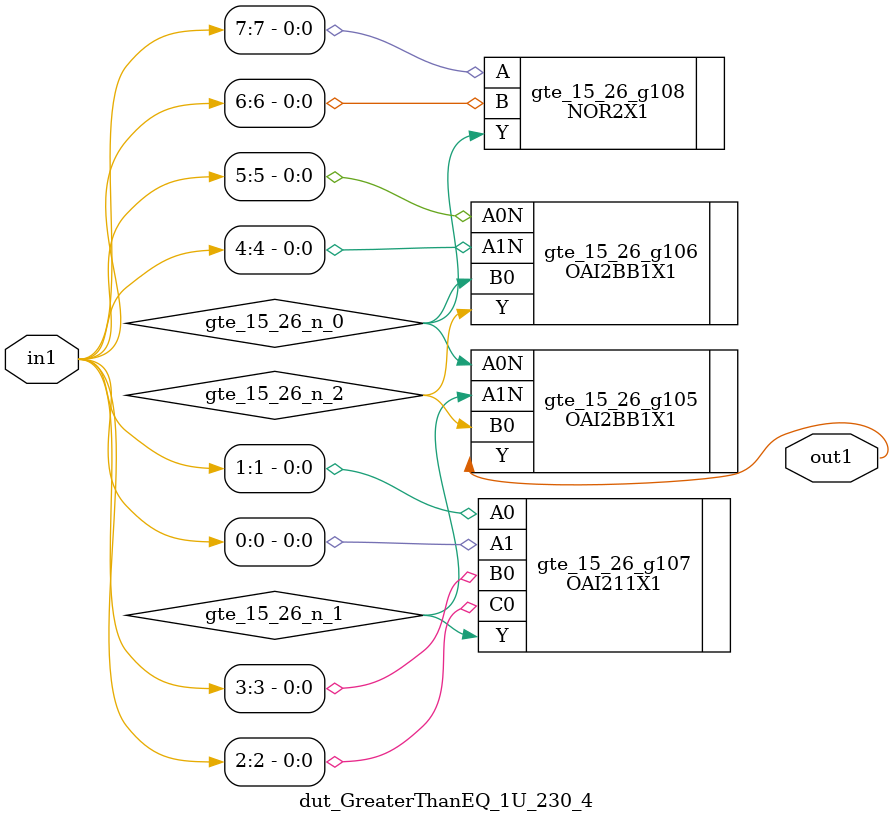
<source format=v>
`timescale 1ps / 1ps


module dut_GreaterThanEQ_1U_230_4(in1, out1);
  input [7:0] in1;
  output out1;
  wire [7:0] in1;
  wire out1;
  wire gte_15_26_n_0, gte_15_26_n_1, gte_15_26_n_2;
  OAI2BB1X1 gte_15_26_g105(.A0N (gte_15_26_n_0), .A1N (gte_15_26_n_1),
       .B0 (gte_15_26_n_2), .Y (out1));
  OAI2BB1X1 gte_15_26_g106(.A0N (in1[5]), .A1N (in1[4]), .B0
       (gte_15_26_n_0), .Y (gte_15_26_n_2));
  OAI211X1 gte_15_26_g107(.A0 (in1[1]), .A1 (in1[0]), .B0 (in1[3]), .C0
       (in1[2]), .Y (gte_15_26_n_1));
  NOR2X1 gte_15_26_g108(.A (in1[7]), .B (in1[6]), .Y (gte_15_26_n_0));
endmodule



</source>
